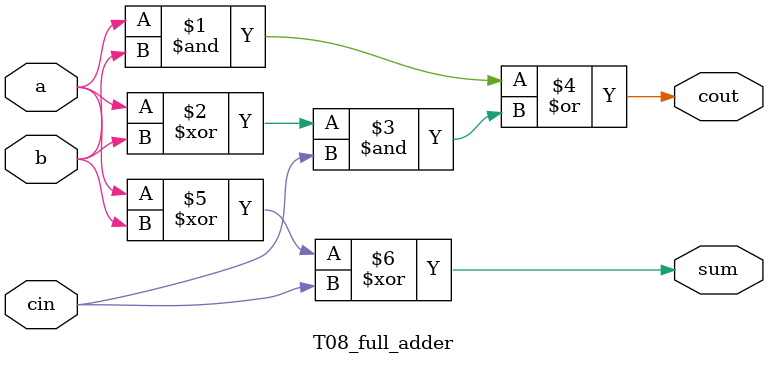
<source format=v>
module T08_full_adder (
    input a, b, cin,
    output cout, sum);

    assign cout = (a & b | ( (a ^ b) & cin));
    assign sum = (( a ^ b ) ^ cin);
endmodule
</source>
